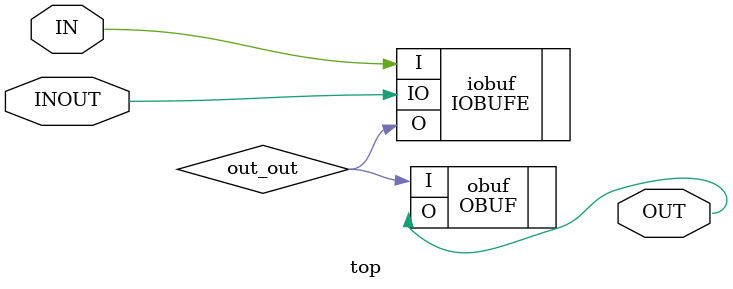
<source format=v>
module top(IN, INOUT, OUT);
   (* LOC = "FB1_1" *) inout INOUT;
   (* LOC = "FB1_2", SCHMITT_TRIGGER = "TRUE" *) input IN;
   (* LOC = "FB1_3", SLEW = "FAST" *) output OUT;

   wire out_out;

   IOBUFE iobuf(.I(IN), .O(out_out), .IO(INOUT));
   OBUF obuf(.I(out_out), .O(OUT));
endmodule // top

</source>
